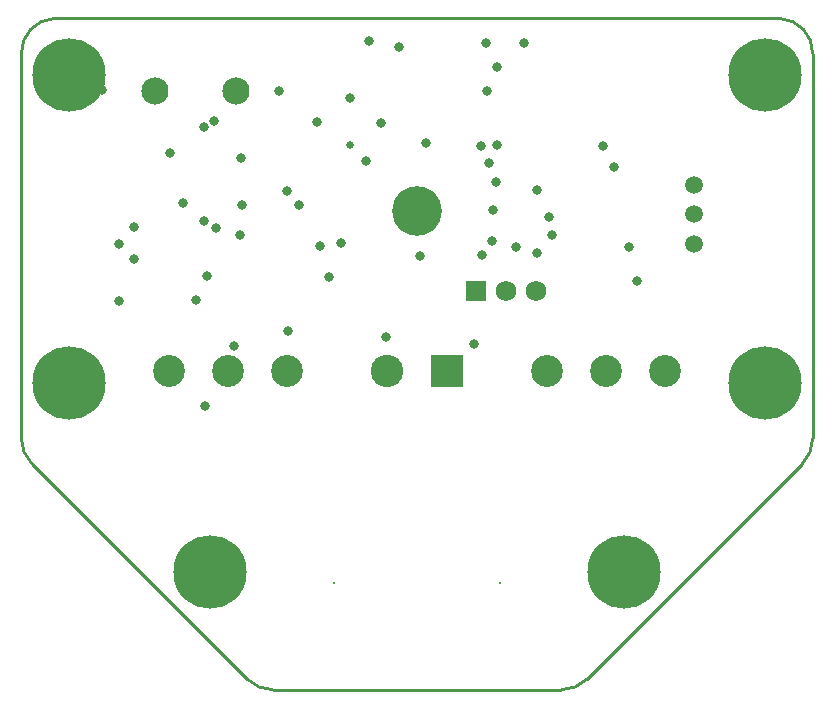
<source format=gbs>
G04*
G04 #@! TF.GenerationSoftware,Altium Limited,CircuitStudio,1.5.2 (1.5.2.30)*
G04*
G04 Layer_Color=8150272*
%FSLAX44Y44*%
%MOMM*%
G71*
G01*
G75*
%ADD23C,0.2540*%
%ADD55C,0.2032*%
%ADD56C,2.3032*%
%ADD57C,4.2032*%
%ADD58C,6.2032*%
%ADD59R,1.7272X1.7272*%
%ADD60C,1.7272*%
%ADD61C,2.7032*%
%ADD62C,2.7432*%
%ADD63R,2.7432X2.7432*%
%ADD64C,1.5032*%
%ADD65C,0.8032*%
%ADD66C,0.6532*%
D23*
X160000Y452700D02*
G03*
X168980Y431020I30661J0D01*
G01*
X351020Y248980D02*
G03*
X372700Y240000I21680J21680D01*
G01*
X617300D02*
G03*
X638980Y248980I0J30661D01*
G01*
X821020Y431020D02*
G03*
X830000Y452700I-21680J21680D01*
G01*
Y778300D02*
G03*
X801580Y808300I-29210J790D01*
G01*
X188420D02*
G03*
X160000Y778300I790J-29210D01*
G01*
Y452700D02*
Y458300D01*
X168980Y431020D02*
X351020Y248980D01*
X372700Y240000D02*
X617300D01*
X638980Y248980D02*
X821020Y431020D01*
X830000Y452700D02*
Y458300D01*
X188420Y808300D02*
X801580D01*
X830000Y458300D02*
Y778300D01*
X160000Y458300D02*
Y778300D01*
D55*
X565000Y329952D02*
D03*
X425000D02*
D03*
D56*
X341840Y747250D02*
D03*
X273260D02*
D03*
D57*
X495000Y645610D02*
D03*
D58*
X200000Y500000D02*
D03*
Y760000D02*
D03*
X790000D02*
D03*
Y500000D02*
D03*
X670000Y339952D02*
D03*
X320000D02*
D03*
D59*
X544940Y577750D02*
D03*
D60*
X570340D02*
D03*
X595740D02*
D03*
D61*
X605000Y509750D02*
D03*
X655000D02*
D03*
X705000D02*
D03*
X285000D02*
D03*
X335000D02*
D03*
X385000D02*
D03*
D62*
X469200Y509952D02*
D03*
D63*
X520000D02*
D03*
D64*
X729340Y667452D02*
D03*
Y642452D02*
D03*
Y617452D02*
D03*
D65*
X468750Y538452D02*
D03*
X315250Y480452D02*
D03*
X296840Y651920D02*
D03*
X497628Y606788D02*
D03*
X451840Y688000D02*
D03*
X430840Y618000D02*
D03*
X412800Y616000D02*
D03*
X561840Y670000D02*
D03*
X606840Y640000D02*
D03*
X559140Y645685D02*
D03*
X345140Y625290D02*
D03*
X345800Y690060D02*
D03*
X578820Y615130D02*
D03*
X596600Y663390D02*
D03*
Y610050D02*
D03*
X555960Y686250D02*
D03*
X652480Y700220D02*
D03*
X394670Y650690D02*
D03*
X409910Y720540D02*
D03*
X242270Y617670D02*
D03*
Y569410D02*
D03*
X254970Y604970D02*
D03*
X307700Y570070D02*
D03*
X314660Y636720D02*
D03*
Y716730D02*
D03*
X384510Y662120D02*
D03*
X543260Y532580D02*
D03*
X346410Y650690D02*
D03*
X340060Y531310D02*
D03*
X254970Y631640D02*
D03*
X558500Y620210D02*
D03*
X502620Y702760D02*
D03*
X464520Y720020D02*
D03*
X437850Y740860D02*
D03*
X562996Y766946D02*
D03*
X562310Y701490D02*
D03*
X585170Y787850D02*
D03*
X553420D02*
D03*
X479760Y784040D02*
D03*
X454360Y789120D02*
D03*
X420070Y589730D02*
D03*
X548840Y700000D02*
D03*
X549840Y608000D02*
D03*
X680840Y586000D02*
D03*
X385839Y543999D02*
D03*
X553840Y747000D02*
D03*
X316840Y590000D02*
D03*
X378340Y747000D02*
D03*
X323279Y721232D02*
D03*
X324840Y630685D02*
D03*
X286260Y694300D02*
D03*
X228260Y747300D02*
D03*
X661840Y682452D02*
D03*
X609340Y624952D02*
D03*
X674340Y614952D02*
D03*
D66*
X437850Y700990D02*
D03*
M02*

</source>
